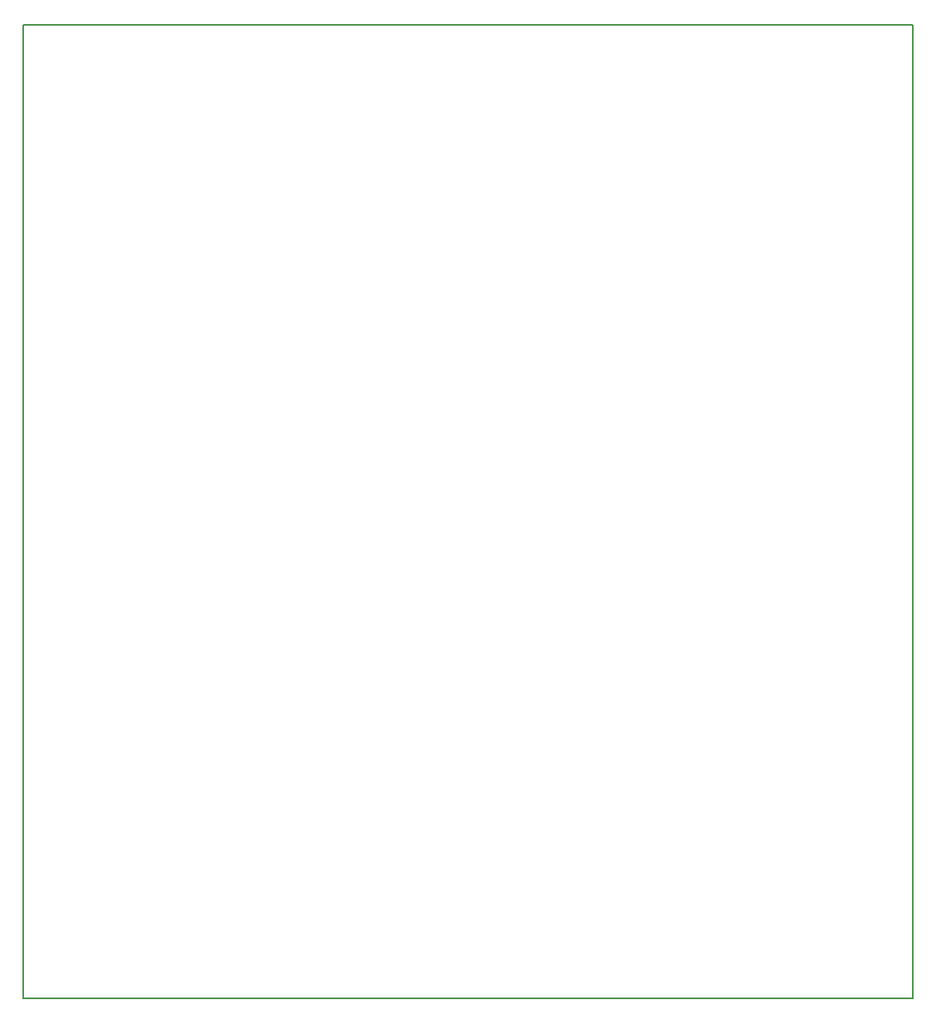
<source format=gbr>
%TF.GenerationSoftware,KiCad,Pcbnew,7.0.9*%
%TF.CreationDate,2024-01-29T23:53:49+02:00*%
%TF.ProjectId,ESLGSU,45534c47-5355-42e6-9b69-6361645f7063,rev?*%
%TF.SameCoordinates,Original*%
%TF.FileFunction,Profile,NP*%
%FSLAX46Y46*%
G04 Gerber Fmt 4.6, Leading zero omitted, Abs format (unit mm)*
G04 Created by KiCad (PCBNEW 7.0.9) date 2024-01-29 23:53:49*
%MOMM*%
%LPD*%
G01*
G04 APERTURE LIST*
%TA.AperFunction,Profile*%
%ADD10C,0.200000*%
%TD*%
G04 APERTURE END LIST*
D10*
X53650000Y-64060000D02*
X144600000Y-64060000D01*
X144600000Y-163550000D01*
X53650000Y-163550000D01*
X53650000Y-64060000D01*
M02*

</source>
